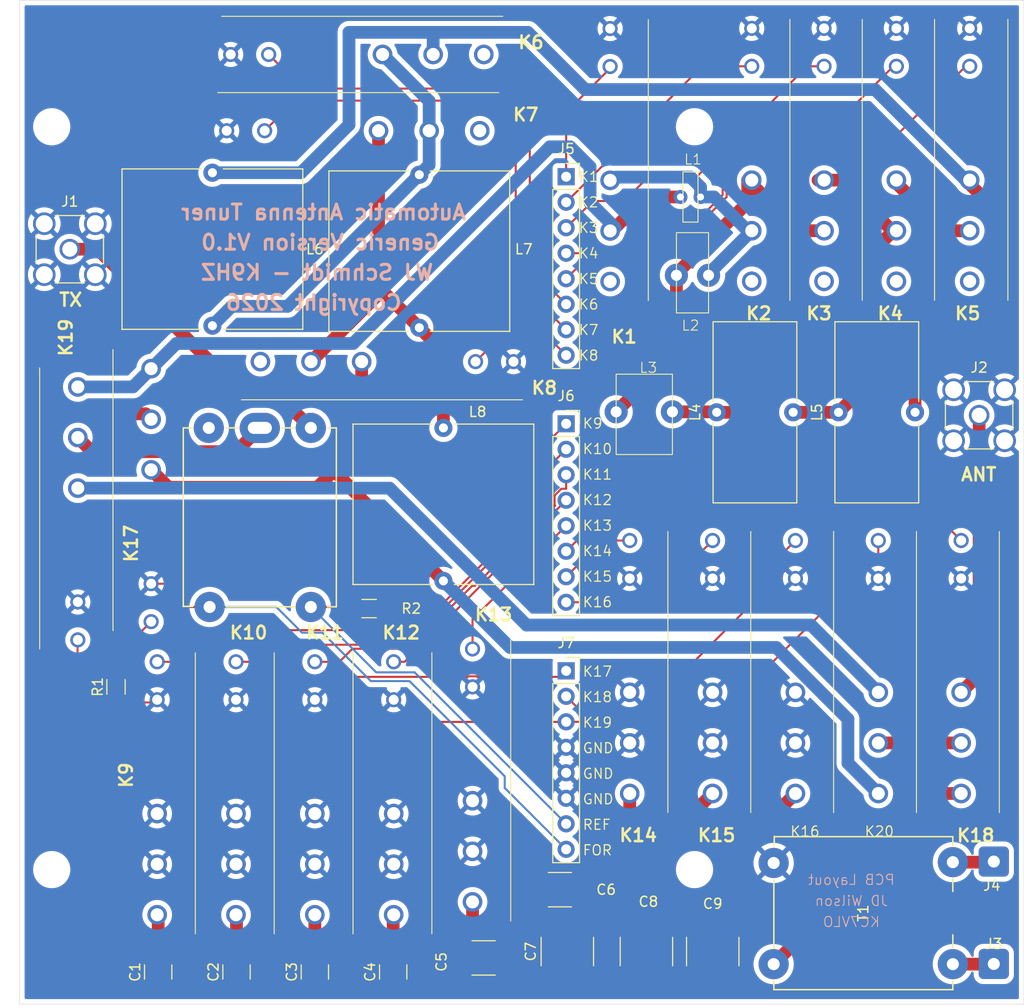
<source format=kicad_pcb>
(kicad_pcb (version 20241229) (generator "pcbnew") (generator_version "9.0")
  (title_block (title "K9HZ 100W AUTO TUNER RF BOARD") (date "2026-01-19") (rev "V1.0") (company "COPYRIGHT 2026 WJ Schmidt") (comment 1 "Designed by WJ Schmidt - K9HZ") (comment 2 "Kicad Schematic Capture and PCB Optmization JD Wilson - KC7VLO"))
  (layers (0 "F.Cu" signal) (2 "B.Cu" signal) (13 "F.Paste" user) (15 "B.Paste" user) (5 "F.SilkS" user "F.Silkscreen") (7 "B.SilkS" user "B.Silkscreen") (1 "F.Mask" user) (3 "B.Mask" user) (25 "Edge.Cuts" user))
  (net 0 "")
  (net 1 "Net-(K9-NO)")
  (net 2 "Net-(K17-COM)")
  (net 3 "Net-(K10-NO)")
  (net 4 "Net-(K11-NO)")
  (net 5 "Net-(K12-NO)")
  (net 6 "Net-(K13-NO)")
  (net 7 "Net-(K14-NO)")
  (net 8 "Net-(K15-NO)")
  (net 9 "Net-(K16-NO)")
  (net 10 "GND")
  (net 11 "/K7.2")
  (net 12 "/K3.2")
  (net 13 "/K6.2")
  (net 14 "/K8.2")
  (net 15 "/K4.2")
  (net 16 "/K2.2")
  (net 17 "/K1.2")
  (net 18 "/K5.2")
  (net 19 "/K13.1")
  (net 20 "/K12.1")
  (net 21 "/K11.1")
  (net 22 "/K14.1")
  (net 23 "/K16.1")
  (net 24 "/K9.1")
  (net 25 "/K10.1")
  (net 26 "/K15.1")
  (net 27 "Net-(J7-P8)")
  (net 28 "/K18.1")
  (net 29 "/Bypass")
  (net 30 "Net-(J7-P7)")
  (net 31 "/K17.1")
  (net 33 "Net-(K1-NC)")
  (net 34 "Net-(K1-COM)")
  (net 36 "Net-(K2-NC)")
  (net 37 "Net-(K3-NC)")
  (net 39 "Net-(K4-NC)")
  (net 41 "Net-(K5-NC)")
  (net 44 "Net-(K6-NC)")
  (net 45 "Net-(K7-NC)")
  (net 48 "Net-(K17-NC)")
  (net 49 "Net-(K18-COM)")
  (net 50 "Net-(K18-NO)")
  (net 51 "Net-(K19-COM)")
  (net 52 "Net-(K19-NC)")
  (net 53 "Net-(J3-Pin_1)")
  (net 54 "Net-(J1-In)")
  (net 55 "Net-(J2-In)")
  (net 57 "Net-(J4-Pin_1)")
  (footprint "LIB_HF41F_12-ZS:HF41F12ZS" (layer "F.Cu") (at 110.85 67.02 -90)
    (property "Reference" "K16")
    (property "Value" "HF41F_12-ZS" (hide yes))
  )
  (footprint "MountingHole:MountingHole_3.2mm_M3" (layer "F.Cu") (at 36.8 25.8)
    (property "Reference" "H1" (hide yes))
    (property "Value" "MountingHole")
  )
  (footprint "LIB_HF41F_12-ZS:HF41F12ZS" (layer "F.Cu") (at 54.22 26.2)
    (property "Reference" "K7")
    (property "Value" "HF41F_12-ZS" (hide yes))
  )
  (footprint "Coils:DoubleCoil" (layer "F.Cu") (at 73.4 38.2)
    (property "Reference" "L7")
    (property "Value" "4.4uH" (hide yes))
  )
  (footprint "Capacitor_SMD:C_1210_3225Metric_Pad1.33x2.70mm_HandSolder" (layer "F.Cu") (at 70.8 110 90)
    (property "Reference" "C4")
    (property "Value" "100pF 500V" (hide yes))
  )
  (footprint "LIB_HF41F_12-ZS:HF41F12ZS" (layer "F.Cu") (at 106.5 16 -90)
    (property "Reference" "K2")
    (property "Value" "HF41F_12-ZS" (hide yes))
  )
  (footprint "Connector_Coaxial:SMA_Amphenol_901-144_Vertical" (layer "F.Cu") (at 38.6 38)
    (property "Reference" "J1")
    (property "Value" "Conn_Coaxial" (hide yes))
  )
  (footprint "LIB_HF41F_12-ZS:HF41F12ZS" (layer "F.Cu") (at 119.1 67.02 -90)
    (property "Reference" "K20")
    (property "Value" "HF41F_12-ZS" (hide yes))
  )
  (footprint "MountingHole:MountingHole_3.2mm_M3" (layer "F.Cu") (at 36.8 99.8)
    (property "Reference" "H3" (hide yes))
    (property "Value" "MountingHole")
  )
  (footprint "Capacitor_SMD:C_1210_3225Metric_Pad1.33x2.70mm_HandSolder" (layer "F.Cu") (at 63 110 90)
    (property "Reference" "C3")
    (property "Value" "47pF 500V" (hide yes))
  )
  (footprint "Inductor_THT:L_Toroid_Vertical_L17.8mm_W8.1mm_P7.62mm_Bourns_5700" (layer "F.Cu") (at 103.008632 54.248915 90)
    (property "Reference" "L4")
    (property "Value" "0.45uH" (hide yes))
  )
  (footprint "LIB_HF41F_12-ZS:HF41F12ZS" (layer "F.Cu") (at 120.9 16 -90)
    (property "Reference" "K4")
    (property "Value" "HF41F_12-ZS" (hide yes))
  )
  (footprint "Inductor_THT:L_Toroid_Vertical_L17.8mm_W8.1mm_P7.62mm_Bourns_5700" (layer "F.Cu") (at 115.141119 54.248915 90)
    (property "Reference" "L5")
    (property "Value" "1.00uH" (hide yes))
  )
  (footprint "LIB_HF41F_12-ZS:HF41F12ZS" (layer "F.Cu") (at 92.4 16.02 -90)
    (property "Reference" "K1")
    (property "Value" "HF41F_12-ZS" (hide yes))
  )
  (footprint "LIB_HF41F_12-ZS:HF41F12ZS" (layer "F.Cu") (at 55.15 79.1 -90)
    (property "Reference" "K10")
    (property "Value" "HF41F_12-ZS" (hide yes))
  )
  (footprint "Resistor_SMD:R_1206_3216Metric_Pad1.30x1.75mm_HandSolder" (layer "F.Cu") (at 43.2 81.6 90)
    (property "Reference" "R1")
    (property "Value" "52.3 Ohm" (hide yes))
  )
  (footprint "LIB_HF41F_12-ZS:HF41F12ZS" (layer "F.Cu") (at 82.78 49.2 180)
    (property "Reference" "K8")
    (property "Value" "HF41F_12-ZS" (hide yes))
  )
  (footprint "Coils:DoubleCoil" (layer "F.Cu") (at 75.8 63.42)
    (property "Reference" "L8")
    (property "Value" "8.8uH" (hide yes))
  )
  (footprint "LIB_HF41F_12-ZS:HF41F12ZS" (layer "F.Cu") (at 63 79.1 -90)
    (property "Reference" "K11")
    (property "Value" "HF41F_12-ZS" (hide yes))
  )
  (footprint "LIB_HF41F_12-ZS:HF41F12ZS" (layer "F.Cu") (at 78.7 77.82 -90)
    (property "Reference" "K13")
    (property "Value" "HF41F_12-ZS" (hide yes))
  )
  (footprint "LIB_HF41F_12-ZS:HF41F12ZS" (layer "F.Cu") (at 70.85 79.1 -90)
    (property "Reference" "K12")
    (property "Value" "HF41F_12-ZS" (hide yes))
  )
  (footprint "Capacitor_SMD:C_2220_5750Metric_Pad1.97x5.40mm_HandSolder" (layer "F.Cu") (at 102.616 107.9625 90)
    (property "Reference" "C9")
    (property "Value" "1000pF 500V" (hide yes))
  )
  (footprint "Coils:L1" (layer "F.Cu") (at 100.4 32.8)
    (property "Reference" "L1")
    (property "Value" "0.05uH" (hide yes))
  )
  (footprint "Capacitor_SMD:C_2220_5750Metric_Pad1.97x5.40mm_HandSolder" (layer "F.Cu") (at 96.012 107.9625 90)
    (property "Reference" "C8")
    (property "Value" "1000pF 500V" (hide yes))
  )
  (footprint "Connector_PinSocket_2.54mm:PinSocket_1x08_P2.54mm_Vertical" (layer "F.Cu") (at 88.02 55.39)
    (property "Reference" "J6")
    (property "Value" "1986717-8_8" (hide yes))
  )
  (footprint "LIB_HF41F_12-ZS:HF41F12ZS" (layer "F.Cu") (at 127.35 67.02 -90)
    (property "Reference" "K18")
    (property "Value" "HF41F_12-ZS" (hide yes))
  )
  (footprint "LIB_HF41F_12-ZS:HF41F12ZS" (layer "F.Cu") (at 47.3 79.1 -90)
    (property "Reference" "K9")
    (property "Value" "HF41F_12-ZS" (hide yes))
  )
  (footprint "Capacitor_SMD:C_2220_5750Metric_Pad1.97x5.40mm_HandSolder" (layer "F.Cu") (at 88.138 107.9625 90)
    (property "Reference" "C7")
    (property "Value" "1000pF 500V")
  )
  (footprint "Connector_Coaxial:SMA_Amphenol_901-144_Vertical" (layer "F.Cu") (at 129.14 54.54)
    (property "Reference" "J2")
    (property "Value" "Conn_Coaxial" (hide yes))
  )
  (footprint "LIB_HF41F_12-ZS:HF41F12ZS" (layer "F.Cu") (at 54.62 18.6)
    (property "Reference" "K6")
    (property "Value" "HF41F_12-ZS" (hide yes))
  )
  (footprint "LIB_HF41F_12-ZS:HF41F12ZS" (layer "F.Cu") (at 94.35 67.02 -90)
    (property "Reference" "K14")
    (property "Value" "HF41F_12-ZS" (hide yes))
  )
  (footprint "Connector_Wire:SolderWire-0.1sqmm_1x01_D0.4mm_OD1mm" (layer "F.Cu") (at 130.6 109.2)
    (property "Reference" "J3")
    (property "Value" "Conn_01x01_Pin" (hide yes))
  )
  (footprint "Capacitor_SMD:C_1210_3225Metric_Pad1.33x2.70mm_HandSolder" (layer "F.Cu") (at 55.2 110 90)
    (property "Reference" "C2")
    (property "Value" "22pF 500V" (hide yes))
  )
  (footprint "LIB_HF41F_12-ZS:HF41F12ZS" (layer "F.Cu") (at 128.2 16 -90)
    (property "Reference" "K5")
    (property "Value" "HF41F_12-ZS" (hide yes))
  )
  (footprint "Phils:Balun_5PIN_BN-43-202" (layer "F.Cu") (at 57.52 64.72 -90)
    (property "Reference" "L44" (hide yes))
    (property "Value" "~" (hide yes))
  )
  (footprint "Coils:DoubleCoil" (layer "F.Cu") (at 52.8 38)
    (property "Reference" "L6")
    (property "Value" "2.2uH" (hide yes))
  )
  (footprint "MountingHole:MountingHole_3.2mm_M3" (layer "F.Cu") (at 100.8 99.8)
    (property "Reference" "H4" (hide yes))
    (property "Value" "MountingHole")
  )
  (footprint "Phils:Balun_5PIN_BN-43-202" (layer "F.Cu") (at 117.602 104.14 180)
    (property "Reference" "T1")
    (property "Value" "Transformer_SP_1S")
  )
  (footprint "LIB_HF41F_12-ZS:HF41F12ZS" (layer "F.Cu") (at 46.7 75.1 90)
    (property "Reference" "K17")
    (property "Value" "HF41F_12-ZS" (hide yes))
  )
  (footprint "Resistor_SMD:R_1206_3216Metric_Pad1.30x1.75mm_HandSolder" (layer "F.Cu") (at 68.4 73.8)
    (property "Reference" "R2")
    (property "Value" "52.3 Ohm" (hide yes))
  )
  (footprint "Capacitor_SMD:C_1812_4532Metric_Pad1.57x3.40mm_HandSolder" (layer "F.Cu") (at 87.4 101.8)
    (property "Reference" "C6")
    (property "Value" "470pF 500V" (hide yes))
  )
  (footprint "Connector_PinSocket_2.54mm:PinSocket_1x08_P2.54mm_Vertical" (layer "F.Cu") (at 88.02 80)
    (property "Reference" "J7")
    (property "Value" "1986717-8_8" (hide yes))
  )
  (footprint "Coils:L3" (layer "F.Cu") (at 95.8 54.2)
    (property "Reference" "L3")
    (property "Value" "0.22uH" (hide yes))
  )
  (footprint "Capacitor_SMD:C_1812_4532Metric_Pad1.57x3.40mm_HandSolder" (layer "F.Cu") (at 79.8 108.6)
    (property "Reference" "C5")
    (property "Value" "220pF 500V")
  )
  (footprint "MountingHole:MountingHole_3.2mm_M3" (layer "F.Cu") (at 100.8 25.8)
    (property "Reference" "H2" (hide yes))
    (property "Value" "MountingHole")
  )
  (footprint "LIB_HF41F_12-ZS:HF41F12ZS" (layer "F.Cu") (at 113.7 16 -90)
    (property "Reference" "K3")
    (property "Value" "HF41F_12-ZS" (hide yes))
  )
  (footprint "Connector_PinSocket_2.54mm:PinSocket_1x08_P2.54mm_Vertical" (layer "F.Cu") (at 88.02 30.78)
    (property "Reference" "J5")
    (property "Value" "1986717-8" (hide yes))
  )
  (footprint "LIB_HF41F_12-ZS:HF41F12ZS" (layer "F.Cu") (at 39.4 76.92 90)
    (property "Reference" "K19")
    (property "Value" "HF41F_12-ZS" (hide yes))
  )
  (footprint "Coils:L2" (layer "F.Cu") (at 100.6 40.6 180)
    (property "Reference" "L2")
    (property "Value" "0.1uH" (hide yes))
  )
  (footprint "LIB_HF41F_12-ZS:HF41F12ZS" (layer "F.Cu") (at 102.6 67.02 -90)
    (property "Reference" "K15")
    (property "Value" "HF41F_12-ZS" (hide yes))
  )
  (footprint "Connector_Wire:SolderWire-0.1sqmm_1x01_D0.4mm_OD1mm" (layer "F.Cu") (at 130.6 99)
    (property "Reference" "J4")
    (property "Value" "Conn_01x01_Pin" (hide yes))
  )
  (footprint "Capacitor_SMD:C_1210_3225Metric_Pad1.33x2.70mm_HandSolder" (layer "F.Cu") (at 47.4 110 90)
    (property "Reference" "C1")
    (property "Value" "10pF 500V" (hide yes))
  )
  (gr_rect (start 33.6 13.2) (end 133.6 113.2) (stroke (width 0.05)) (fill no) (layer "Edge.Cuts"))
  (gr_text "K1" (at 89.2 31.371429 0) (layer "F.SilkS") (effects (font (size 1 1) (thickness 0.125)) (justify left bottom)))
  (gr_text "TX" (at 37.4 43.8 0) (layer "F.SilkS") (effects (font (size 1.3 1.3) (thickness 0.26) (bold yes)) (justify left bottom)))
  (gr_text "K11" (at 89.6 61.028571 0) (layer "F.SilkS") (effects (font (size 1 1) (thickness 0.125)) (justify left bottom)))
  (gr_text "K17" (at 89.6 80.657143 0) (layer "F.SilkS") (effects (font (size 1 1) (thickness 0.125)) (justify left bottom)))
  (gr_text "GND" (at 89.6 88.285714 0) (layer "F.SilkS") (effects (font (size 1 1) (thickness 0.125)) (justify left bottom)))
  (gr_text "GND" (at 89.6 93.371429 0) (layer "F.SilkS") (effects (font (size 1 1) (thickness 0.125)) (justify left bottom)))
  (gr_text "ANT" (at 127.2 61.2 0) (layer "F.SilkS") (effects (font (size 1.3 1.3) (thickness 0.26) (bold yes)) (justify left bottom)))
  (gr_text "K14" (at 89.6 68.657143 0) (layer "F.SilkS") (effects (font (size 1 1) (thickness 0.125)) (justify left bottom)))
  (gr_text "GND" (at 89.6 90.828572 0) (layer "F.SilkS") (effects (font (size 1 1) (thickness 0.125)) (justify left bottom)))
  (gr_text "K6" (at 89.2 44.085715 0) (layer "F.SilkS") (effects (font (size 1 1) (thickness 0.125)) (justify left bottom)))
  (gr_text "K4" (at 89.2 39 0) (layer "F.SilkS") (effects (font (size 1 1) (thickness 0.125)) (justify left bottom)))
  (gr_text "K13" (at 89.6 66.114286 0) (layer "F.SilkS") (effects (font (size 1 1) (thickness 0.125)) (justify left bottom)))
  (gr_text "K16" (at 89.6 73.742857 0) (layer "F.SilkS") (effects (font (size 1 1) (thickness 0.125)) (justify left bottom)))
  (gr_text "K15" (at 89.6 71.2 0) (layer "F.SilkS") (effects (font (size 1 1) (thickness 0.125)) (justify left bottom)))
  (gr_text "REF" (at 89.6 95.914286 0) (layer "F.SilkS") (effects (font (size 1 1) (thickness 0.125)) (justify left bottom)))
  (gr_text "K7" (at 89.2 46.628572 0) (layer "F.SilkS") (effects (font (size 1 1) (thickness 0.125)) (justify left bottom)))
  (gr_text "K10" (at 89.6 58.485714 0) (layer "F.SilkS") (effects (font (size 1 1) (thickness 0.125)) (justify left bottom)))
  (gr_text "K3" (at 89.2 36.457143 0) (layer "F.SilkS") (effects (font (size 1 1) (thickness 0.125)) (justify left bottom)))
  (gr_text "K12" (at 89.6 63.571428 0) (layer "F.SilkS") (effects (font (size 1 1) (thickness 0.125)) (justify left bottom)))
  (gr_text "FOR" (at 89.6 98.457143 0) (layer "F.SilkS") (effects (font (size 1 1) (thickness 0.125)) (justify left bottom)))
  (gr_text "K8" (at 89.2 49.171429 0) (layer "F.SilkS") (effects (font (size 1 1) (thickness 0.125)) (justify left bottom)))
  (gr_text "K19" (at 89.6 85.742857 0) (layer "F.SilkS") (effects (font (size 1 1) (thickness 0.125)) (justify left bottom)))
  (gr_text "K9" (at 89.6 55.942857 0) (layer "F.SilkS") (effects (font (size 1 1) (thickness 0.125)) (justify left bottom)))
  (gr_text "K2" (at 89.2 33.914286 0) (layer "F.SilkS") (effects (font (size 1 1) (thickness 0.125)) (justify left bottom)))
  (gr_text "K18" (at 89.6 83.2 0) (layer "F.SilkS") (effects (font (size 1 1) (thickness 0.125)) (justify left bottom)))
  (gr_text "K5" (at 89.2 41.542858 0) (layer "F.SilkS") (effects (font (size 1 1) (thickness 0.125)) (justify left bottom)))
  (gr_text "PCB Layout" (at 120.8 101.4 0) (layer "B.SilkS") (effects (font (size 1 1) (thickness 0.1)) (justify left bottom mirror)))
  (gr_text "Copyright 2026" (at 71.8 44.2 0) (layer "B.SilkS") (effects (font (size 1.5 1.5) (thickness 0.3) (bold yes)) (justify left bottom mirror)))
  (gr_text "Generic Version V1.0" (at 75.554762 38.2 0) (layer "B.SilkS") (effects (font (size 1.5 1.5) (thickness 0.3) (bold yes)) (justify left bottom mirror)))
  (gr_text "Automatic Antenna Tuner" (at 78.2 35.2 0) (layer "B.SilkS") (effects (font (size 1.5 1.5) (thickness 0.3) (bold yes)) (justify left bottom mirror)))
  (gr_text "WJ Schmidt - K9HZ" (at 74.945238 41.2 0) (layer "B.SilkS") (effects (font (size 1.5 1.5) (thickness 0.3) (bold yes)) (justify left bottom mirror)))
  (gr_text "JD Wilson" (at 120.133333 103.5 0) (layer "B.SilkS") (effects (font (size 1 1) (thickness 0.1)) (justify left bottom mirror)))
  (gr_text "KC7VLO" (at 119.323809 105.6 0) (layer "B.SilkS") (effects (font (size 1 1) (thickness 0.1)) (justify left bottom mirror)))
  (segment (start 47.4 108.4375) (end 47.4 104.4) (width 1.27) (layer "F.Cu") (net 1))
  (segment (start 47.4 104.4) (end 47.3 104.3) (width 1.27) (layer "F.Cu") (net 1))
  (segment (start 85.875 111.5625) (end 83.6 111.5625) (width 1.27) (layer "F.Cu") (net 2))
  (segment (start 35.8 56.189) (end 37.589 54.4) (width 1.27) (layer "F.Cu") (net 2))
  (segment (start 47.4 111.5625) (end 43.9625 111.5625) (width 1.27) (layer "F.Cu") (net 2))
  (segment (start 63 111.5625) (end 70.8 111.5625) (width 1.27) (layer "F.Cu") (net 2))
  (segment (start 37.589 54.4) (end 46.16 54.4) (width 1.27) (layer "F.Cu") (net 2))
  (segment (start 55.2 111.5625) (end 63 111.5625) (width 1.27) (layer "F.Cu") (net 2))
  (segment (start 84.074 111.0885) (end 83.6 111.5625) (width 1.27) (layer "F.Cu") (net 2))
  (segment (start 46.16 54.4) (end 46.7 54.94) (width 1.27) (layer "F.Cu") (net 2))
  (segment (start 70.8 111.5625) (end 74.7 111.5625) (width 1.27) (layer "F.Cu") (net 2))
  (segment (start 42.4 93.4) (end 35.8 86.8) (width 1.27) (layer "F.Cu") (net 2))
  (segment (start 87.2 110.2375) (end 85.875 111.5625) (width 1.27) (layer "F.Cu") (net 2))
  (segment (start 42.4 110) (end 42.4 93.4) (width 1.27) (layer "F.Cu") (net 2))
  (segment (start 83.6 111.5625) (end 74.7 111.5625) (width 1.27) (layer "F.Cu") (net 2))
  (segment (start 87.2 110.6) (end 94.8 110.6) (width 1.27) (layer "F.Cu") (net 2))
  (segment (start 35.8 86.8) (end 35.8 56.189) (width 1.27) (layer "F.Cu") (net 2))
  (segment (start 74.7 111.5625) (end 77.6625 108.6) (width 1.27) (layer "F.Cu") (net 2))
  (segment (start 94.8 110.6) (end 101.6 110.6) (width 1.27) (layer "F.Cu") (net 2))
  (segment (start 85.2625 101.8) (end 84.074 102.9885) (width 1.27) (layer "F.Cu") (net 2))
  (segment (start 84.074 102.9885) (end 84.074 111.0885) (width 1.27) (layer "F.Cu") (net 2))
  (segment (start 47.4 111.5625) (end 55.2 111.5625) (width 1.27) (layer "F.Cu") (net 2))
  (segment (start 43.9625 111.5625) (end 42.4 110) (width 1.27) (layer "F.Cu") (net 2))
  (segment (start 55.2 108.4375) (end 55.2 104.35) (width 1.27) (layer "F.Cu") (net 3))
  (segment (start 55.2 104.35) (end 55.15 104.3) (width 1.27) (layer "F.Cu") (net 3))
  (segment (start 63 108.4375) (end 63 104.3) (width 1.27) (layer "F.Cu") (net 4))
  (segment (start 70.8 104.35) (end 70.85 104.3) (width 1.27) (layer "F.Cu") (net 5))
  (segment (start 70.8 108.4375) (end 70.8 104.35) (width 1.27) (layer "F.Cu") (net 5))
  (segment (start 78.7 104.608) (end 78.7 103.02) (width 1.27) (layer "F.Cu") (net 6))
  (segment (start 81.9375 107.8455) (end 78.7 104.608) (width 1.27) (layer "F.Cu") (net 6))
  (segment (start 81.9375 108.6) (end 81.9375 107.8455) (width 1.27) (layer "F.Cu") (net 6))
  (segment (start 89.5375 101.8) (end 94.35 96.9875) (width 1.27) (layer "F.Cu") (net 7))
  (segment (start 94.35 96.9875) (end 94.35 92.22) (width 1.27) (layer "F.Cu") (net 7))
  (segment (start 102.598 92.22) (end 102.6 92.22) (width 1.27) (layer "F.Cu") (net 8))
  (segment (start 91.182762 105.325) (end 91.351762 105.156) (width 1.27) (layer "F.Cu") (net 8))
  (segment (start 91.948 102.87) (end 102.598 92.22) (width 1.27) (layer "F.Cu") (net 8))
  (segment (start 91.948 105.156) (end 91.948 102.87) (width 1.27) (layer "F.Cu") (net 8))
  (segment (start 91.351762 105.156) (end 91.948 105.156) (width 1.27) (layer "F.Cu") (net 8))
  (segment (start 87.2 105.325) (end 88.138 105.325) (width 1.27) (layer "F.Cu") (net 8))
  (segment (start 88.138 105.325) (end 91.182762 105.325) (width 1.27) (layer "F.Cu") (net 8))
  (segment (start 94.8 105.325) (end 102.616 105.325) (width 1.27) (layer "F.Cu") (net 9))
  (segment (start 104.902 98.168) (end 110.85 92.22) (width 1.27) (layer "F.Cu") (net 9))
  (segment (start 102.616 105.325) (end 104.902 103.039) (width 1.27) (layer "F.Cu") (net 9))
  (segment (start 104.902 103.039) (end 104.902 98.168) (width 1.27) (layer "F.Cu") (net 9))
  (segment (start 43.2 83.15) (end 47.03 83.15) (width 0.2) (layer "F.Cu") (net 10))
  (segment (start 69.95 73.8) (end 67.47 71.32) (width 0.2) (layer "F.Cu") (net 10))
  (segment (start 47.03 83.15) (end 47.3 82.88) (width 0.2) (layer "F.Cu") (net 10))
  (segment (start 67.47 71.32) (end 46.7 71.32) (width 0.2) (layer "F.Cu") (net 10))
  (segment (start 83 41) (end 83 27) (width 0.2) (layer "F.Cu") (net 11))
  (segment (start 61 23.2) (end 58 26.2) (width 0.2) (layer "F.Cu") (net 11))
  (segment (start 79.2 23.2) (end 61 23.2) (width 0.2) (layer "F.Cu") (net 11))
  (segment (start 83 27) (end 79.2 23.2) (width 0.2) (layer "F.Cu") (net 11))
  (segment (start 88.02 46.02) (end 83 41) (width 0.2) (layer "F.Cu") (net 11))
  (segment (start 100.8 31) (end 112.02 19.78) (width 0.2) (layer "F.Cu") (net 12))
  (segment (start 93.8 33.2) (end 96 31) (width 0.2) (layer "F.Cu") (net 12))
  (segment (start 90.68 33.2) (end 93.8 33.2) (width 0.2) (layer "F.Cu") (net 12))
  (segment (start 88.02 35.86) (end 90.68 33.2) (width 0.2) (layer "F.Cu") (net 12))
  (segment (start 112.02 19.78) (end 113.1 19.78) (width 0.2) (layer "F.Cu") (net 12))
  (segment (start 96 31) (end 100.8 31) (width 0.2) (layer "F.Cu") (net 12))
  (segment (start 83.2 25.6) (end 84.4 25.6) (width 0.2) (layer "F.Cu") (net 13))
  (segment (start 79.6 22) (end 83.2 25.6) (width 0.2) (layer "F.Cu") (net 13))
  (segment (start 84.4 25.6) (end 84.4 39.86) (width 0.2) (layer "F.Cu") (net 13))
  (segment (start 61.8 22) (end 79.6 22) (width 0.2) (layer "F.Cu") (net 13))
  (segment (start 58.4 18.6) (end 61.8 22) (width 0.2) (layer "F.Cu") (net 13))
  (segment (start 84.4 39.86) (end 88.02 43.48) (width 0.2) (layer "F.Cu") (net 13))
  (segment (start 81.8 46.4) (end 79 49.2) (width 0.2) (layer "F.Cu") (net 14))
  (segment (start 88.02 48.56) (end 85.86 46.4) (width 0.2) (layer "F.Cu") (net 14))
  (segment (start 85.86 46.4) (end 81.8 46.4) (width 0.2) (layer "F.Cu") (net 14))
  (segment (start 112.38 28) (end 120.6 19.78) (width 0.2) (layer "F.Cu") (net 15))
  (segment (start 97.8 38.4) (end 103.6 32.6) (width 0.2) (layer "F.Cu") (net 15))
  (segment (start 106.4 28) (end 112.38 28) (width 0.2) (layer "F.Cu") (net 15))
  (segment (start 103.6 32.6) (end 103.6 30.8) (width 0.2) (layer "F.Cu") (net 15))
  (segment (start 88.02 38.4) (end 97.8 38.4) (width 0.2) (layer "F.Cu") (net 15))
  (segment (start 103.6 30.8) (end 106.4 28) (width 0.2) (layer "F.Cu") (net 15))
  (segment (start 101.56 19.78) (end 106.1 19.78) (width 0.2) (layer "F.Cu") (net 16))
  (segment (start 88.02 33.32) (end 101.56 19.78) (width 0.2) (layer "F.Cu") (net 16))
  (segment (start 88.02 30.78) (end 88.02 24.36) (width 0.2) (layer "F.Cu") (net 17))
  (segment (start 88.02 24.36) (end 92.9 19.48) (width 0.2) (layer "F.Cu") (net 17))
  (segment (start 114.2 28.2) (end 119.38 28.2) (width 0.2) (layer "F.Cu") (net 18))
  (segment (start 104 31.4) (end 106.8 28.6) (width 0.2) (layer "F.Cu") (net 18))
  (segment (start 113.8 28.6) (end 114.2 28.2) (width 0.2) (layer "F.Cu") (net 18))
  (segment (start 88.02 40.94) (end 90.16 38.8) (width 0.2) (layer "F.Cu") (net 18))
  (segment (start 90.16 38.8) (end 98 38.8) (width 0.2) (layer "F.Cu") (net 18))
  (segment (start 98 38.8) (end 104 32.8) (width 0.2) (layer "F.Cu") (net 18))
  (segment (start 119.38 28.2) (end 127.8 19.78) (width 0.2) (layer "F.Cu") (net 18))
  (segment (start 106.8 28.6) (end 113.8 28.6) (width 0.2) (layer "F.Cu") (net 18))
  (segment (start 104 32.8) (end 104 31.4) (width 0.2) (layer "F.Cu") (net 18))
  (segment (start 88.02 65.55) (end 78.7 74.87) (width 0.2) (layer "F.Cu") (net 19))
  (segment (start 78.7 77.82) (end 78.7 74.87) (width 0.2) (layer "F.Cu") (net 19))
  (segment (start 88.02 63.01) (end 71.93 79.1) (width 0.2) (layer "F.Cu") (net 20))
  (segment (start 71.93 79.1) (end 70.85 79.1) (width 0.2) (layer "F.Cu") (net 20))
  (segment (start 65.4442 79.1) (end 63 79.1) (width 0.2) (layer "F.Cu") (net 21))
  (segment (start 88.02 60.47) (end 88.02 61.859) (width 0.2) (layer "F.Cu") (net 21))
  (segment (start 86.869 63.48676) (end 86.92257 63.54033) (width 0.2) (layer "F.Cu") (net 21))
  (segment (start 86.92257 63.54033) (end 78.925429 71.537471) (width 0.2) (layer "F.Cu") (net 21))
  (segment (start 87.54324 61.859) (end 86.869 62.53324) (width 0.2) (layer "F.Cu") (net 21))
  (segment (start 78.662529 71.537471) (end 72.4 77.8) (width 0.2) (layer "F.Cu") (net 21))
  (segment (start 88.02 61.859) (end 87.54324 61.859) (width 0.2) (layer "F.Cu") (net 21))
  (segment (start 78.925429 71.537471) (end 78.662529 71.537471) (width 0.2) (layer "F.Cu") (net 21))
  (segment (start 72.4 77.8) (end 66.7442 77.8) (width 0.2) (layer "F.Cu") (net 21))
  (segment (start 86.869 62.53324) (end 86.869 63.48676) (width 0.2) (layer "F.Cu") (net 21))
  (segment (start 66.7442 77.8) (end 65.4442 79.1) (width 0.2) (layer "F.Cu") (net 21))
  (segment (start 88.02 68.09) (end 89.09 67.02) (width 0.2) (layer "F.Cu") (net 22))
  (segment (start 89.09 67.02) (end 94.35 67.02) (width 0.2) (layer "F.Cu") (net 22))
  (segment (start 88.02 73.17) (end 104.7 73.17) (width 0.2) (layer "F.Cu") (net 23))
  (segment (start 104.7 73.17) (end 110.85 67.02) (width 0.2) (layer "F.Cu") (net 23))
  (segment (start 56.2 77.2) (end 57.454 75.946) (width 0.2) (layer "F.Cu") (net 24))
  (segment (start 49.6 79.1) (end 51.5 77.2) (width 0.2) (layer "F.Cu") (net 24))
  (segment (start 85.399 63.6339) (end 85.399 58.011) (width 0.2) (layer "F.Cu") (net 24))
  (segment (start 85.399 58.011) (end 88.02 55.39) (width 0.2) (layer "F.Cu") (net 24))
  (segment (start 73.0869 75.946) (end 85.399 63.6339) (width 0.2) (layer "F.Cu") (net 24))
  (segment (start 51.5 77.2) (end 56.2 77.2) (width 0.2) (layer "F.Cu") (net 24))
  (segment (start 47.3 79.1) (end 49.6 79.1) (width 0.2) (layer "F.Cu") (net 24))
  (segment (start 57.454 75.946) (end 73.0869 75.946) (width 0.2) (layer "F.Cu") (net 24))
  (segment (start 72.201 77.399) (end 85.8 63.8) (width 0.2) (layer "F.Cu") (net 25))
  (segment (start 60.5 79.1) (end 62.201 77.399) (width 0.2) (layer "F.Cu") (net 25))
  (segment (start 62.201 77.399) (end 72.201 77.399) (width 0.2) (layer "F.Cu") (net 25))
  (segment (start 85.8 60.15) (end 88.02 57.93) (width 0.2) (layer "F.Cu") (net 25))
  (segment (start 85.8 63.8) (end 85.8 60.15) (width 0.2) (layer "F.Cu") (net 25))
  (segment (start 55.15 79.1) (end 60.5 79.1) (width 0.2) (layer "F.Cu") (net 25))
  (segment (start 100.62 69) (end 102.6 67.02) (width 0.2) (layer "F.Cu") (net 26))
  (segment (start 88.02 70.63) (end 89.65 69) (width 0.2) (layer "F.Cu") (net 26))
  (segment (start 89.65 69) (end 100.62 69) (width 0.2) (layer "F.Cu") (net 26))
  (segment (start 52.52 73.64) (end 45.232 73.64) (width 0.2) (layer "F.Cu") (net 27))
  (segment (start 43.2 75.672) (end 43.2 80.05) (width 0.2) (layer "F.Cu") (net 27))
  (segment (start 45.232 73.64) (end 43.2 75.672) (width 0.2) (layer "F.Cu") (net 27))
  (segment (start 81.904 90.504) (end 81.904 91.664) (width 0.2) (layer "B.Cu") (net 27))
  (segment (start 59.162 73.64) (end 61.722 76.2) (width 0.2) (layer "B.Cu") (net 27))
  (segment (start 52.52 73.64) (end 59.162 73.64) (width 0.2) (layer "B.Cu") (net 27))
  (segment (start 63.754 76.2) (end 68.58 81.026) (width 0.2) (layer "B.Cu") (net 27))
  (segment (start 61.722 76.2) (end 63.754 76.2) (width 0.2) (layer "B.Cu") (net 27))
  (segment (start 68.58 81.026) (end 72.426 81.026) (width 0.2) (layer "B.Cu") (net 27))
  (segment (start 72.426 81.026) (end 81.904 90.504) (width 0.2) (layer "B.Cu") (net 27))
  (segment (start 81.904 91.664) (end 88.02 97.78) (width 0.2) (layer "B.Cu") (net 27))
  (segment (start 96.012 83.82) (end 114.432 65.4) (width 0.2) (layer "F.Cu") (net 28))
  (segment (start 89.3 83.82) (end 96.012 83.82) (width 0.2) (layer "F.Cu") (net 28))
  (segment (start 88.02 82.54) (end 89.3 83.82) (width 0.2) (layer "F.Cu") (net 28))
  (segment (start 114.432 65.4) (end 125.73 65.4) (width 0.2) (layer "F.Cu") (net 28))
  (segment (start 125.73 65.4) (end 127.35 67.02) (width 0.2) (layer "F.Cu") (net 28))
  (segment (start 39.37 76.95) (end 39.4 76.92) (width 0.2) (layer "F.Cu") (net 29))
  (segment (start 88.02 85.08) (end 102.626 85.08) (width 0.2) (layer "F.Cu") (net 29))
  (segment (start 119.1 68.606) (end 119.1 67.02) (width 0.2) (layer "F.Cu") (net 29))
  (segment (start 88.01 85.09) (end 39.37 85.09) (width 0.2) (layer "F.Cu") (net 29))
  (segment (start 88.02 85.08) (end 88.01 85.09) (width 0.2) (layer "F.Cu") (net 29))
  (segment (start 39.37 85.09) (end 39.37 76.95) (width 0.2) (layer "F.Cu") (net 29))
  (segment (start 102.626 85.08) (end 119.1 68.606) (width 0.2) (layer "F.Cu") (net 29))
  (segment (start 62.6 73.64) (end 66.69 73.64) (width 0.2) (layer "F.Cu") (net 30))
  (segment (start 66.69 73.64) (end 66.85 73.8) (width 0.2) (layer "F.Cu") (net 30))
  (segment (start 72.931 80.151) (end 88.02 95.24) (width 0.2) (layer "B.Cu") (net 30))
  (segment (start 69.111 80.151) (end 72.931 80.151) (width 0.2) (layer "B.Cu") (net 30))
  (segment (start 62.6 73.64) (end 69.111 80.151) (width 0.2) (layer "B.Cu") (net 30))
  (segment (start 45.8 76) (end 46.7 75.1) (width 0.2) (layer "F.Cu") (net 31))
  (segment (start 88.02 80) (end 87.42 80.6) (width 0.2) (layer "F.Cu") (net 31))
  (segment (start 79.186339 80.6) (end 79.135339 80.549) (width 0.2) (layer "F.Cu") (net 31))
  (segment (start 45.8 80.6) (end 45.8 76) (width 0.2) (layer "F.Cu") (net 31))
  (segment (start 78.264661 80.549) (end 78.213661 80.6) (width 0.2) (layer "F.Cu") (net 31))
  (segment (start 79.135339 80.549) (end 78.264661 80.549) (width 0.2) (layer "F.Cu") (net 31))
  (segment (start 87.42 80.6) (end 79.186339 80.6) (width 0.2) (layer "F.Cu") (net 31))
  (segment (start 78.213661 80.6) (end 45.8 80.6) (width 0.2) (layer "F.Cu") (net 31))
  (segment (start 102.2 40.6) (end 102.2 40.46) (width 1.27) (layer "B.Cu") (net 33))
  (segment (start 102.74 32.8) (end 101.4 32.8) (width 1.27) (layer "B.Cu") (net 33))
  (segment (start 106.3 36.36) (end 102.74 32.8) (width 1.27) (layer "B.Cu") (net 33))
  (segment (start 100.409949 30.82) (end 101.4 31.810051) (width 1.27) (layer "B.Cu") (net 33))
  (segment (start 101.4 31.810051) (end 101.4 32.8) (width 1.27) (layer "B.Cu") (net 33))
  (segment (start 102.2 40.46) (end 106.3 36.36) (width 1.27) (layer "B.Cu") (net 33))
  (segment (start 92.9 30.82) (end 100.409949 30.82) (width 1.27) (layer "B.Cu") (net 33))
  (segment (start 95.96 32.8) (end 92.9 35.86) (width 1.27) (layer "F.Cu") (net 34))
  (segment (start 99.4 32.8) (end 95.96 32.8) (width 1.27) (layer "F.Cu") (net 34))
  (segment (start 86.4 27.8) (end 88.412 27.8) (width 1.27) (layer "B.Cu") (net 34))
  (segment (start 90.4 33.36) (end 92.9 35.86) (width 1.27) (layer "B.Cu") (net 34))
  (segment (start 46.7 49.9) (end 49.211 47.389) (width 1.27) (layer "B.Cu") (net 34))
  (segment (start 49.211 47.389) (end 66.811 47.389) (width 1.27) (layer "B.Cu") (net 34))
  (segment (start 39.4 51.72) (end 44.88 51.72) (width 1.27) (layer "B.Cu") (net 34))
  (segment (start 90.4 29.788) (end 90.4 33.36) (width 1.27) (layer "B.Cu") (net 34))
  (segment (start 44.88 51.72) (end 46.7 49.9) (width 1.27) (layer "B.Cu") (net 34))
  (segment (start 66.811 47.389) (end 86.4 27.8) (width 1.27) (layer "B.Cu") (net 34))
  (segment (start 88.412 27.8) (end 90.4 29.788) (width 1.27) (layer "B.Cu") (net 34))
  (segment (start 106.1 33.346) (end 106.1 31.12) (width 1.27) (layer "F.Cu") (net 36))
  (segment (start 99 40.6) (end 99 40.446) (width 1.27) (layer "F.Cu") (net 36))
  (segment (start 99 40.446) (end 106.1 33.346) (width 1.27) (layer "F.Cu") (net 36))
  (segment (start 111.14 36.16) (end 113.1 36.16) (width 1.27) (layer "F.Cu") (net 36))
  (segment (start 93 54.2) (end 99 48.2) (width 1.27) (layer "F.Cu") (net 36))
  (segment (start 106.1 31.12) (end 111.14 36.16) (width 1.27) (layer "F.Cu") (net 36))
  (segment (start 99 48.2) (end 99 40.6) (width 1.27) (layer "F.Cu") (net 36))
  (segment (start 102.959717 54.2) (end 103.008632 54.248915) (width 1.27) (layer "F.Cu") (net 37))
  (segment (start 106.151085 54.248915) (end 117.856 42.544) (width 1.27) (layer "F.Cu") (net 37))
  (segment (start 103.008632 54.248915) (end 106.151085 54.248915) (width 1.27) (layer "F.Cu") (net 37))
  (segment (start 120.488 36.16) (end 115.448 31.12) (width 1.27) (layer "F.Cu") (net 37))
  (segment (start 120.6 36.16) (end 120.488 36.16) (width 1.27) (layer "F.Cu") (net 37))
  (segment (start 117.856 42.544) (end 117.856 38.904) (width 1.27) (layer "F.Cu") (net 37))
  (segment (start 117.856 38.904) (end 120.6 36.16) (width 1.27) (layer "F.Cu") (net 37))
  (segment (start 115.448 31.12) (end 113.1 31.12) (width 1.27) (layer "F.Cu") (net 37))
  (segment (start 98.6 54.2) (end 102.959717 54.2) (width 1.27) (layer "F.Cu") (net 37))
  (segment (start 127.8 36.16) (end 125.96 36.16) (width 1.27) (layer "F.Cu") (net 39))
  (segment (start 125.96 36.16) (end 123.6 33.8) (width 1.27) (layer "F.Cu") (net 39))
  (segment (start 115.141119 54.248915) (end 123.6 45.790034) (width 1.27) (layer "F.Cu") (net 39))
  (segment (start 110.628632 54.248915) (end 115.141119 54.248915) (width 1.27) (layer "F.Cu") (net 39))
  (segment (start 123.6 45.790034) (end 123.6 33.8) (width 1.27) (layer "F.Cu") (net 39))
  (segment (start 123.28 33.8) (end 120.6 31.12) (width 1.27) (layer "F.Cu") (net 39))
  (segment (start 123.6 33.8) (end 123.28 33.8) (width 1.27) (layer "F.Cu") (net 39))
  (segment (start 131.064 34.384) (end 127.8 31.12) (width 1.27) (layer "F.Cu") (net 41))
  (segment (start 131.064 43.136) (end 131.064 34.384) (width 1.27) (layer "F.Cu") (net 41))
  (segment (start 122.761119 54.248915) (end 122.761119 51.438881) (width 1.27) (layer "F.Cu") (net 41))
  (segment (start 122.761119 51.438881) (end 131.064 43.136) (width 1.27) (layer "F.Cu") (net 41))
  (segment (start 61.62 30.38) (end 66.4 25.6) (width 1.27) (layer "B.Cu") (net 41))
  (segment (start 118.778 22.098) (end 89.916 22.098) (width 1.27) (layer "B.Cu") (net 41))
  (segment (start 74.78 16.4) (end 74.78 18.6) (width 1.27) (layer "B.Cu") (net 41))
  (segment (start 84.218 16.4) (end 74.78 16.4) (width 1.27) (layer "B.Cu") (net 41))
  (segment (start 52.8 30.38) (end 61.62 30.38) (width 1.27) (layer "B.Cu") (net 41))
  (segment (start 127.8 31.12) (end 118.778 22.098) (width 1.27) (layer "B.Cu") (net 41))
  (segment (start 89.916 22.098) (end 84.218 16.4) (width 1.27) (layer "B.Cu") (net 41))
  (segment (start 66.4 25.6) (end 66.4 16.4) (width 1.27) (layer "B.Cu") (net 41))
  (segment (start 66.4 16.4) (end 74.78 16.4) (width 1.27) (layer "B.Cu") (net 41))
  (segment (start 74.38 26.2) (end 74.38 29.6) (width 1.27) (layer "B.Cu") (net 44))
  (segment (start 73.4 30.58) (end 60.292 43.688) (width 1.27) (layer "B.Cu") (net 44))
  (segment (start 54.732 43.688) (end 52.8 45.62) (width 1.27) (layer "B.Cu") (net 44))
  (segment (start 74.38 29.6) (end 73.4 30.58) (width 1.27) (layer "B.Cu") (net 44))
  (segment (start 74.38 26.2) (end 74.38 23.24) (width 1.27) (layer "B.Cu") (net 44))
  (segment (start 74.38 23.24) (end 69.74 18.6) (width 1.27) (layer "B.Cu") (net 44))
  (segment (start 60.292 43.688) (end 54.732 43.688) (width 1.27) (layer "B.Cu") (net 44))
  (segment (start 75.8 48.22) (end 73.4 45.82) (width 1.27) (layer "F.Cu") (net 45))
  (segment (start 69.34 26.2) (end 69.34 41.76) (width 1.27) (layer "F.Cu") (net 45))
  (segment (start 62.62 49.2) (end 69.34 42.48) (width 1.27) (layer "F.Cu") (net 45))
  (segment (start 69.34 41.76) (end 73.4 45.82) (width 1.27) (layer "F.Cu") (net 45))
  (segment (start 75.8 55.8) (end 75.8 48.22) (width 1.27) (layer "F.Cu") (net 45))
  (segment (start 69.34 42.48) (end 69.34 41.76) (width 1.27) (layer "F.Cu") (net 45))
  (segment (start 64.988 59.98) (end 67.66 57.308) (width 1.27) (layer "F.Cu") (net 48))
  (segment (start 48.442 61.722) (end 63.246 61.722) (width 1.27) (layer "F.Cu") (net 48))
  (segment (start 66.294 61.534) (end 66.294 61.468) (width 1.27) (layer "F.Cu") (net 48))
  (segment (start 67.66 57.308) (end 67.66 49.2) (width 1.27) (layer "F.Cu") (net 48))
  (segment (start 75.8 71.04) (end 66.294 61.534) (width 1.27) (layer "F.Cu") (net 48))
  (segment (start 63.246 61.722) (end 64.988 59.98) (width 1.27) (layer "F.Cu") (net 48))
  (segment (start 46.7 59.98) (end 48.442 61.722) (width 1.27) (layer "F.Cu") (net 48))
  (segment (start 66.294 61.468) (end 64.988 60.162) (width 1.27) (layer "F.Cu") (net 48))
  (segment (start 116.078 84.806859) (end 116.078 89.198) (width 1.27) (layer "B.Cu") (net 48))
  (segment (start 82.431 77.671) (end 108.942141 77.671) (width 1.27) (layer "B.Cu") (net 48))
  (segment (start 108.942141 77.671) (end 116.078 84.806859) (width 1.27) (layer "B.Cu") (net 48))
  (segment (start 116.078 89.198) (end 119.1 92.22) (width 1.27) (layer "B.Cu") (net 48))
  (segment (start 75.8 71.04) (end 82.431 77.671) (width 1.27) (layer "B.Cu") (net 48))
  (segment (start 119.1 87.18) (end 127.35 87.18) (width 1.27) (layer "F.Cu") (net 49))
  (segment (start 125.682 92.22) (end 108.682 109.22) (width 1.27) (layer "F.Cu") (net 50))
  (segment (start 127.35 92.22) (end 125.682 92.22) (width 1.27) (layer "F.Cu") (net 50))
  (segment (start 55.151 58.169) (end 40.809 58.169) (width 1.27) (layer "F.Cu") (net 51))
  (segment (start 40.809 58.169) (end 39.4 56.76) (width 1.27) (layer "F.Cu") (net 51))
  (segment (start 57.52 55.8) (end 55.151 58.169) (width 1.27) (layer "F.Cu") (net 51))
  (segment (start 39.4 61.8) (end 70.436 61.8) (width 1.27) (layer "B.Cu") (net 52))
  (segment (start 112.398 75.438) (end 119.1 82.14) (width 1.27) (layer "B.Cu") (net 52))
  (segment (start 84.074 75.438) (end 112.398 75.438) (width 1.27) (layer "B.Cu") (net 52))
  (segment (start 70.436 61.8) (end 84.074 75.438) (width 1.27) (layer "B.Cu") (net 52))
  (segment (start 126.522 109.22) (end 130.58 109.22) (width 1.27) (layer "F.Cu") (net 53))
  (segment (start 130.58 109.22) (end 130.6 109.2) (width 0.2) (layer "F.Cu") (net 53))
  (segment (start 62.6 55.8) (end 58.8 52) (width 1.27) (layer "F.Cu") (net 54))
  (segment (start 58.8 52) (end 55.373273 52) (width 1.27) (layer "F.Cu") (net 54))
  (segment (start 55.373273 52) (end 41.373273 38) (width 1.27) (layer "F.Cu") (net 54))
  (segment (start 41.373273 38) (end 38.6 38) (width 1.27) (layer "F.Cu") (net 54))
  (segment (start 127.35 82.14) (end 129.14 80.35) (width 1.27) (layer "F.Cu") (net 55))
  (segment (start 129.14 80.35) (end 129.14 54.54) (width 1.27) (layer "F.Cu") (net 55))
  (segment (start 130.54 99.06) (end 130.6 99) (width 0.2) (layer "F.Cu") (net 57))
  (segment (start 126.522 99.06) (end 130.54 99.06) (width 1.27) (layer "F.Cu") (net 57))
  (zone (net 10) (net_name "GND") (layer "B.Cu") (connect_pads (clearance 0.5)) (min_thickness 0.25) (fill yes (thermal_gap 0.5) (thermal_bridge_width 0.5))
    (polygon (pts (xy 33.6 13.6) (xy 133.2 13.4) (xy 133.6 112.8) (xy 34 113.6) (xy 33.6 13.8) (xy 33.8 13.6)))
  )
)
</source>
